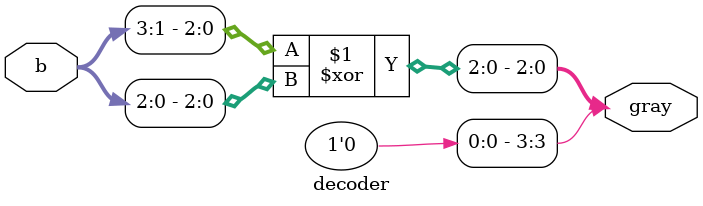
<source format=sv>
module decoder (
    input logic [3:0]b,
    output logic [3:0]gray
);
    assign gray[3] = 1'b0;
    assign gray[2:0] = b[3:1] ^ b[2:0];
endmodule

</source>
